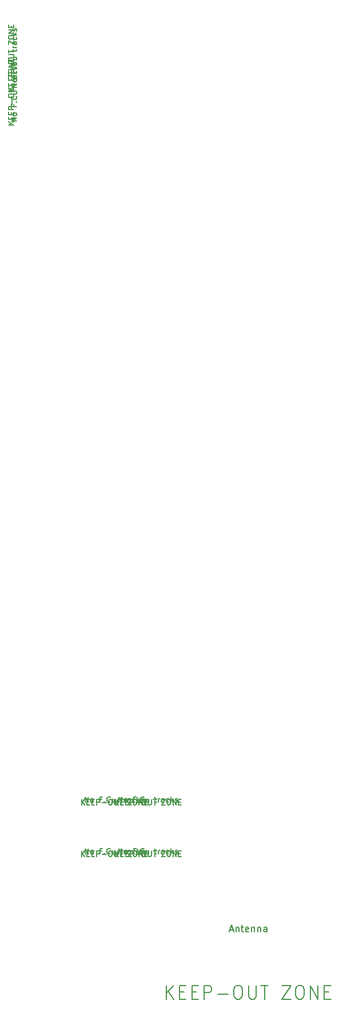
<source format=gbr>
%TF.GenerationSoftware,KiCad,Pcbnew,8.0.4*%
%TF.CreationDate,2025-01-28T10:30:48-08:00*%
%TF.ProjectId,traffic_paradise,74726166-6669-4635-9f70-617261646973,rev?*%
%TF.SameCoordinates,Original*%
%TF.FileFunction,Other,Comment*%
%FSLAX46Y46*%
G04 Gerber Fmt 4.6, Leading zero omitted, Abs format (unit mm)*
G04 Created by KiCad (PCBNEW 8.0.4) date 2025-01-28 10:30:48*
%MOMM*%
%LPD*%
G01*
G04 APERTURE LIST*
%ADD10C,0.150000*%
G04 APERTURE END LIST*
D10*
X33107142Y-196887438D02*
X33107142Y-194887438D01*
X34249999Y-196887438D02*
X33392856Y-195744580D01*
X34249999Y-194887438D02*
X33107142Y-196030295D01*
X35107142Y-195839819D02*
X35773809Y-195839819D01*
X36059523Y-196887438D02*
X35107142Y-196887438D01*
X35107142Y-196887438D02*
X35107142Y-194887438D01*
X35107142Y-194887438D02*
X36059523Y-194887438D01*
X36916666Y-195839819D02*
X37583333Y-195839819D01*
X37869047Y-196887438D02*
X36916666Y-196887438D01*
X36916666Y-196887438D02*
X36916666Y-194887438D01*
X36916666Y-194887438D02*
X37869047Y-194887438D01*
X38726190Y-196887438D02*
X38726190Y-194887438D01*
X38726190Y-194887438D02*
X39488095Y-194887438D01*
X39488095Y-194887438D02*
X39678571Y-194982676D01*
X39678571Y-194982676D02*
X39773809Y-195077914D01*
X39773809Y-195077914D02*
X39869047Y-195268390D01*
X39869047Y-195268390D02*
X39869047Y-195554104D01*
X39869047Y-195554104D02*
X39773809Y-195744580D01*
X39773809Y-195744580D02*
X39678571Y-195839819D01*
X39678571Y-195839819D02*
X39488095Y-195935057D01*
X39488095Y-195935057D02*
X38726190Y-195935057D01*
X40726190Y-196125533D02*
X42250000Y-196125533D01*
X43583332Y-194887438D02*
X43964285Y-194887438D01*
X43964285Y-194887438D02*
X44154761Y-194982676D01*
X44154761Y-194982676D02*
X44345237Y-195173152D01*
X44345237Y-195173152D02*
X44440475Y-195554104D01*
X44440475Y-195554104D02*
X44440475Y-196220771D01*
X44440475Y-196220771D02*
X44345237Y-196601723D01*
X44345237Y-196601723D02*
X44154761Y-196792200D01*
X44154761Y-196792200D02*
X43964285Y-196887438D01*
X43964285Y-196887438D02*
X43583332Y-196887438D01*
X43583332Y-196887438D02*
X43392856Y-196792200D01*
X43392856Y-196792200D02*
X43202380Y-196601723D01*
X43202380Y-196601723D02*
X43107142Y-196220771D01*
X43107142Y-196220771D02*
X43107142Y-195554104D01*
X43107142Y-195554104D02*
X43202380Y-195173152D01*
X43202380Y-195173152D02*
X43392856Y-194982676D01*
X43392856Y-194982676D02*
X43583332Y-194887438D01*
X45297618Y-194887438D02*
X45297618Y-196506485D01*
X45297618Y-196506485D02*
X45392856Y-196696961D01*
X45392856Y-196696961D02*
X45488094Y-196792200D01*
X45488094Y-196792200D02*
X45678570Y-196887438D01*
X45678570Y-196887438D02*
X46059523Y-196887438D01*
X46059523Y-196887438D02*
X46249999Y-196792200D01*
X46249999Y-196792200D02*
X46345237Y-196696961D01*
X46345237Y-196696961D02*
X46440475Y-196506485D01*
X46440475Y-196506485D02*
X46440475Y-194887438D01*
X47107142Y-194887438D02*
X48249999Y-194887438D01*
X47678570Y-196887438D02*
X47678570Y-194887438D01*
X50250000Y-194887438D02*
X51583333Y-194887438D01*
X51583333Y-194887438D02*
X50250000Y-196887438D01*
X50250000Y-196887438D02*
X51583333Y-196887438D01*
X52726190Y-194887438D02*
X53107143Y-194887438D01*
X53107143Y-194887438D02*
X53297619Y-194982676D01*
X53297619Y-194982676D02*
X53488095Y-195173152D01*
X53488095Y-195173152D02*
X53583333Y-195554104D01*
X53583333Y-195554104D02*
X53583333Y-196220771D01*
X53583333Y-196220771D02*
X53488095Y-196601723D01*
X53488095Y-196601723D02*
X53297619Y-196792200D01*
X53297619Y-196792200D02*
X53107143Y-196887438D01*
X53107143Y-196887438D02*
X52726190Y-196887438D01*
X52726190Y-196887438D02*
X52535714Y-196792200D01*
X52535714Y-196792200D02*
X52345238Y-196601723D01*
X52345238Y-196601723D02*
X52250000Y-196220771D01*
X52250000Y-196220771D02*
X52250000Y-195554104D01*
X52250000Y-195554104D02*
X52345238Y-195173152D01*
X52345238Y-195173152D02*
X52535714Y-194982676D01*
X52535714Y-194982676D02*
X52726190Y-194887438D01*
X54440476Y-196887438D02*
X54440476Y-194887438D01*
X54440476Y-194887438D02*
X55583333Y-196887438D01*
X55583333Y-196887438D02*
X55583333Y-194887438D01*
X56535714Y-195839819D02*
X57202381Y-195839819D01*
X57488095Y-196887438D02*
X56535714Y-196887438D01*
X56535714Y-196887438D02*
X56535714Y-194887438D01*
X56535714Y-194887438D02*
X57488095Y-194887438D01*
X42538095Y-186659104D02*
X43014285Y-186659104D01*
X42442857Y-186944819D02*
X42776190Y-185944819D01*
X42776190Y-185944819D02*
X43109523Y-186944819D01*
X43442857Y-186278152D02*
X43442857Y-186944819D01*
X43442857Y-186373390D02*
X43490476Y-186325771D01*
X43490476Y-186325771D02*
X43585714Y-186278152D01*
X43585714Y-186278152D02*
X43728571Y-186278152D01*
X43728571Y-186278152D02*
X43823809Y-186325771D01*
X43823809Y-186325771D02*
X43871428Y-186421009D01*
X43871428Y-186421009D02*
X43871428Y-186944819D01*
X44204762Y-186278152D02*
X44585714Y-186278152D01*
X44347619Y-185944819D02*
X44347619Y-186801961D01*
X44347619Y-186801961D02*
X44395238Y-186897200D01*
X44395238Y-186897200D02*
X44490476Y-186944819D01*
X44490476Y-186944819D02*
X44585714Y-186944819D01*
X45300000Y-186897200D02*
X45204762Y-186944819D01*
X45204762Y-186944819D02*
X45014286Y-186944819D01*
X45014286Y-186944819D02*
X44919048Y-186897200D01*
X44919048Y-186897200D02*
X44871429Y-186801961D01*
X44871429Y-186801961D02*
X44871429Y-186421009D01*
X44871429Y-186421009D02*
X44919048Y-186325771D01*
X44919048Y-186325771D02*
X45014286Y-186278152D01*
X45014286Y-186278152D02*
X45204762Y-186278152D01*
X45204762Y-186278152D02*
X45300000Y-186325771D01*
X45300000Y-186325771D02*
X45347619Y-186421009D01*
X45347619Y-186421009D02*
X45347619Y-186516247D01*
X45347619Y-186516247D02*
X44871429Y-186611485D01*
X45776191Y-186278152D02*
X45776191Y-186944819D01*
X45776191Y-186373390D02*
X45823810Y-186325771D01*
X45823810Y-186325771D02*
X45919048Y-186278152D01*
X45919048Y-186278152D02*
X46061905Y-186278152D01*
X46061905Y-186278152D02*
X46157143Y-186325771D01*
X46157143Y-186325771D02*
X46204762Y-186421009D01*
X46204762Y-186421009D02*
X46204762Y-186944819D01*
X46680953Y-186278152D02*
X46680953Y-186944819D01*
X46680953Y-186373390D02*
X46728572Y-186325771D01*
X46728572Y-186325771D02*
X46823810Y-186278152D01*
X46823810Y-186278152D02*
X46966667Y-186278152D01*
X46966667Y-186278152D02*
X47061905Y-186325771D01*
X47061905Y-186325771D02*
X47109524Y-186421009D01*
X47109524Y-186421009D02*
X47109524Y-186944819D01*
X48014286Y-186944819D02*
X48014286Y-186421009D01*
X48014286Y-186421009D02*
X47966667Y-186325771D01*
X47966667Y-186325771D02*
X47871429Y-186278152D01*
X47871429Y-186278152D02*
X47680953Y-186278152D01*
X47680953Y-186278152D02*
X47585715Y-186325771D01*
X48014286Y-186897200D02*
X47919048Y-186944819D01*
X47919048Y-186944819D02*
X47680953Y-186944819D01*
X47680953Y-186944819D02*
X47585715Y-186897200D01*
X47585715Y-186897200D02*
X47538096Y-186801961D01*
X47538096Y-186801961D02*
X47538096Y-186706723D01*
X47538096Y-186706723D02*
X47585715Y-186611485D01*
X47585715Y-186611485D02*
X47680953Y-186563866D01*
X47680953Y-186563866D02*
X47919048Y-186563866D01*
X47919048Y-186563866D02*
X48014286Y-186516247D01*
X10976294Y-67233809D02*
X10176294Y-67233809D01*
X10176294Y-67233809D02*
X10976294Y-66776666D01*
X10976294Y-66776666D02*
X10176294Y-66776666D01*
X10976294Y-66281429D02*
X10938199Y-66357619D01*
X10938199Y-66357619D02*
X10900103Y-66395714D01*
X10900103Y-66395714D02*
X10823913Y-66433810D01*
X10823913Y-66433810D02*
X10595341Y-66433810D01*
X10595341Y-66433810D02*
X10519151Y-66395714D01*
X10519151Y-66395714D02*
X10481056Y-66357619D01*
X10481056Y-66357619D02*
X10442960Y-66281429D01*
X10442960Y-66281429D02*
X10442960Y-66167143D01*
X10442960Y-66167143D02*
X10481056Y-66090952D01*
X10481056Y-66090952D02*
X10519151Y-66052857D01*
X10519151Y-66052857D02*
X10595341Y-66014762D01*
X10595341Y-66014762D02*
X10823913Y-66014762D01*
X10823913Y-66014762D02*
X10900103Y-66052857D01*
X10900103Y-66052857D02*
X10938199Y-66090952D01*
X10938199Y-66090952D02*
X10976294Y-66167143D01*
X10976294Y-66167143D02*
X10976294Y-66281429D01*
X10557246Y-64795714D02*
X10557246Y-65062380D01*
X10976294Y-65062380D02*
X10176294Y-65062380D01*
X10176294Y-65062380D02*
X10176294Y-64681428D01*
X10900103Y-64376666D02*
X10938199Y-64338571D01*
X10938199Y-64338571D02*
X10976294Y-64376666D01*
X10976294Y-64376666D02*
X10938199Y-64414762D01*
X10938199Y-64414762D02*
X10900103Y-64376666D01*
X10900103Y-64376666D02*
X10976294Y-64376666D01*
X10900103Y-63538571D02*
X10938199Y-63576667D01*
X10938199Y-63576667D02*
X10976294Y-63690952D01*
X10976294Y-63690952D02*
X10976294Y-63767143D01*
X10976294Y-63767143D02*
X10938199Y-63881429D01*
X10938199Y-63881429D02*
X10862008Y-63957619D01*
X10862008Y-63957619D02*
X10785818Y-63995714D01*
X10785818Y-63995714D02*
X10633437Y-64033810D01*
X10633437Y-64033810D02*
X10519151Y-64033810D01*
X10519151Y-64033810D02*
X10366770Y-63995714D01*
X10366770Y-63995714D02*
X10290579Y-63957619D01*
X10290579Y-63957619D02*
X10214389Y-63881429D01*
X10214389Y-63881429D02*
X10176294Y-63767143D01*
X10176294Y-63767143D02*
X10176294Y-63690952D01*
X10176294Y-63690952D02*
X10214389Y-63576667D01*
X10214389Y-63576667D02*
X10252484Y-63538571D01*
X10442960Y-62852857D02*
X10976294Y-62852857D01*
X10442960Y-63195714D02*
X10862008Y-63195714D01*
X10862008Y-63195714D02*
X10938199Y-63157619D01*
X10938199Y-63157619D02*
X10976294Y-63081429D01*
X10976294Y-63081429D02*
X10976294Y-62967143D01*
X10976294Y-62967143D02*
X10938199Y-62890952D01*
X10938199Y-62890952D02*
X10900103Y-62852857D01*
X10442960Y-61976666D02*
X10442960Y-61671904D01*
X10176294Y-61862380D02*
X10862008Y-61862380D01*
X10862008Y-61862380D02*
X10938199Y-61824285D01*
X10938199Y-61824285D02*
X10976294Y-61748095D01*
X10976294Y-61748095D02*
X10976294Y-61671904D01*
X10976294Y-61405237D02*
X10442960Y-61405237D01*
X10595341Y-61405237D02*
X10519151Y-61367142D01*
X10519151Y-61367142D02*
X10481056Y-61329047D01*
X10481056Y-61329047D02*
X10442960Y-61252856D01*
X10442960Y-61252856D02*
X10442960Y-61176666D01*
X10976294Y-60567142D02*
X10557246Y-60567142D01*
X10557246Y-60567142D02*
X10481056Y-60605237D01*
X10481056Y-60605237D02*
X10442960Y-60681428D01*
X10442960Y-60681428D02*
X10442960Y-60833809D01*
X10442960Y-60833809D02*
X10481056Y-60909999D01*
X10938199Y-60567142D02*
X10976294Y-60643333D01*
X10976294Y-60643333D02*
X10976294Y-60833809D01*
X10976294Y-60833809D02*
X10938199Y-60909999D01*
X10938199Y-60909999D02*
X10862008Y-60948095D01*
X10862008Y-60948095D02*
X10785818Y-60948095D01*
X10785818Y-60948095D02*
X10709627Y-60909999D01*
X10709627Y-60909999D02*
X10671532Y-60833809D01*
X10671532Y-60833809D02*
X10671532Y-60643333D01*
X10671532Y-60643333D02*
X10633437Y-60567142D01*
X10938199Y-59843332D02*
X10976294Y-59919523D01*
X10976294Y-59919523D02*
X10976294Y-60071904D01*
X10976294Y-60071904D02*
X10938199Y-60148094D01*
X10938199Y-60148094D02*
X10900103Y-60186189D01*
X10900103Y-60186189D02*
X10823913Y-60224285D01*
X10823913Y-60224285D02*
X10595341Y-60224285D01*
X10595341Y-60224285D02*
X10519151Y-60186189D01*
X10519151Y-60186189D02*
X10481056Y-60148094D01*
X10481056Y-60148094D02*
X10442960Y-60071904D01*
X10442960Y-60071904D02*
X10442960Y-59919523D01*
X10442960Y-59919523D02*
X10481056Y-59843332D01*
X10976294Y-59500475D02*
X10176294Y-59500475D01*
X10671532Y-59424285D02*
X10976294Y-59195713D01*
X10442960Y-59195713D02*
X10747722Y-59500475D01*
X10938199Y-58890952D02*
X10976294Y-58814761D01*
X10976294Y-58814761D02*
X10976294Y-58662380D01*
X10976294Y-58662380D02*
X10938199Y-58586190D01*
X10938199Y-58586190D02*
X10862008Y-58548094D01*
X10862008Y-58548094D02*
X10823913Y-58548094D01*
X10823913Y-58548094D02*
X10747722Y-58586190D01*
X10747722Y-58586190D02*
X10709627Y-58662380D01*
X10709627Y-58662380D02*
X10709627Y-58776666D01*
X10709627Y-58776666D02*
X10671532Y-58852856D01*
X10671532Y-58852856D02*
X10595341Y-58890952D01*
X10595341Y-58890952D02*
X10557246Y-58890952D01*
X10557246Y-58890952D02*
X10481056Y-58852856D01*
X10481056Y-58852856D02*
X10442960Y-58776666D01*
X10442960Y-58776666D02*
X10442960Y-58662380D01*
X10442960Y-58662380D02*
X10481056Y-58586190D01*
X10976294Y-62233809D02*
X10176294Y-62233809D01*
X10176294Y-62233809D02*
X10976294Y-61776666D01*
X10976294Y-61776666D02*
X10176294Y-61776666D01*
X10976294Y-61281429D02*
X10938199Y-61357619D01*
X10938199Y-61357619D02*
X10900103Y-61395714D01*
X10900103Y-61395714D02*
X10823913Y-61433810D01*
X10823913Y-61433810D02*
X10595341Y-61433810D01*
X10595341Y-61433810D02*
X10519151Y-61395714D01*
X10519151Y-61395714D02*
X10481056Y-61357619D01*
X10481056Y-61357619D02*
X10442960Y-61281429D01*
X10442960Y-61281429D02*
X10442960Y-61167143D01*
X10442960Y-61167143D02*
X10481056Y-61090952D01*
X10481056Y-61090952D02*
X10519151Y-61052857D01*
X10519151Y-61052857D02*
X10595341Y-61014762D01*
X10595341Y-61014762D02*
X10823913Y-61014762D01*
X10823913Y-61014762D02*
X10900103Y-61052857D01*
X10900103Y-61052857D02*
X10938199Y-61090952D01*
X10938199Y-61090952D02*
X10976294Y-61167143D01*
X10976294Y-61167143D02*
X10976294Y-61281429D01*
X10557246Y-59795714D02*
X10557246Y-60062380D01*
X10976294Y-60062380D02*
X10176294Y-60062380D01*
X10176294Y-60062380D02*
X10176294Y-59681428D01*
X10900103Y-59376666D02*
X10938199Y-59338571D01*
X10938199Y-59338571D02*
X10976294Y-59376666D01*
X10976294Y-59376666D02*
X10938199Y-59414762D01*
X10938199Y-59414762D02*
X10900103Y-59376666D01*
X10900103Y-59376666D02*
X10976294Y-59376666D01*
X10900103Y-58538571D02*
X10938199Y-58576667D01*
X10938199Y-58576667D02*
X10976294Y-58690952D01*
X10976294Y-58690952D02*
X10976294Y-58767143D01*
X10976294Y-58767143D02*
X10938199Y-58881429D01*
X10938199Y-58881429D02*
X10862008Y-58957619D01*
X10862008Y-58957619D02*
X10785818Y-58995714D01*
X10785818Y-58995714D02*
X10633437Y-59033810D01*
X10633437Y-59033810D02*
X10519151Y-59033810D01*
X10519151Y-59033810D02*
X10366770Y-58995714D01*
X10366770Y-58995714D02*
X10290579Y-58957619D01*
X10290579Y-58957619D02*
X10214389Y-58881429D01*
X10214389Y-58881429D02*
X10176294Y-58767143D01*
X10176294Y-58767143D02*
X10176294Y-58690952D01*
X10176294Y-58690952D02*
X10214389Y-58576667D01*
X10214389Y-58576667D02*
X10252484Y-58538571D01*
X10442960Y-57852857D02*
X10976294Y-57852857D01*
X10442960Y-58195714D02*
X10862008Y-58195714D01*
X10862008Y-58195714D02*
X10938199Y-58157619D01*
X10938199Y-58157619D02*
X10976294Y-58081429D01*
X10976294Y-58081429D02*
X10976294Y-57967143D01*
X10976294Y-57967143D02*
X10938199Y-57890952D01*
X10938199Y-57890952D02*
X10900103Y-57852857D01*
X10442960Y-56976666D02*
X10442960Y-56671904D01*
X10176294Y-56862380D02*
X10862008Y-56862380D01*
X10862008Y-56862380D02*
X10938199Y-56824285D01*
X10938199Y-56824285D02*
X10976294Y-56748095D01*
X10976294Y-56748095D02*
X10976294Y-56671904D01*
X10976294Y-56405237D02*
X10442960Y-56405237D01*
X10595341Y-56405237D02*
X10519151Y-56367142D01*
X10519151Y-56367142D02*
X10481056Y-56329047D01*
X10481056Y-56329047D02*
X10442960Y-56252856D01*
X10442960Y-56252856D02*
X10442960Y-56176666D01*
X10976294Y-55567142D02*
X10557246Y-55567142D01*
X10557246Y-55567142D02*
X10481056Y-55605237D01*
X10481056Y-55605237D02*
X10442960Y-55681428D01*
X10442960Y-55681428D02*
X10442960Y-55833809D01*
X10442960Y-55833809D02*
X10481056Y-55909999D01*
X10938199Y-55567142D02*
X10976294Y-55643333D01*
X10976294Y-55643333D02*
X10976294Y-55833809D01*
X10976294Y-55833809D02*
X10938199Y-55909999D01*
X10938199Y-55909999D02*
X10862008Y-55948095D01*
X10862008Y-55948095D02*
X10785818Y-55948095D01*
X10785818Y-55948095D02*
X10709627Y-55909999D01*
X10709627Y-55909999D02*
X10671532Y-55833809D01*
X10671532Y-55833809D02*
X10671532Y-55643333D01*
X10671532Y-55643333D02*
X10633437Y-55567142D01*
X10938199Y-54843332D02*
X10976294Y-54919523D01*
X10976294Y-54919523D02*
X10976294Y-55071904D01*
X10976294Y-55071904D02*
X10938199Y-55148094D01*
X10938199Y-55148094D02*
X10900103Y-55186189D01*
X10900103Y-55186189D02*
X10823913Y-55224285D01*
X10823913Y-55224285D02*
X10595341Y-55224285D01*
X10595341Y-55224285D02*
X10519151Y-55186189D01*
X10519151Y-55186189D02*
X10481056Y-55148094D01*
X10481056Y-55148094D02*
X10442960Y-55071904D01*
X10442960Y-55071904D02*
X10442960Y-54919523D01*
X10442960Y-54919523D02*
X10481056Y-54843332D01*
X10976294Y-54500475D02*
X10176294Y-54500475D01*
X10671532Y-54424285D02*
X10976294Y-54195713D01*
X10442960Y-54195713D02*
X10747722Y-54500475D01*
X10938199Y-53890952D02*
X10976294Y-53814761D01*
X10976294Y-53814761D02*
X10976294Y-53662380D01*
X10976294Y-53662380D02*
X10938199Y-53586190D01*
X10938199Y-53586190D02*
X10862008Y-53548094D01*
X10862008Y-53548094D02*
X10823913Y-53548094D01*
X10823913Y-53548094D02*
X10747722Y-53586190D01*
X10747722Y-53586190D02*
X10709627Y-53662380D01*
X10709627Y-53662380D02*
X10709627Y-53776666D01*
X10709627Y-53776666D02*
X10671532Y-53852856D01*
X10671532Y-53852856D02*
X10595341Y-53890952D01*
X10595341Y-53890952D02*
X10557246Y-53890952D01*
X10557246Y-53890952D02*
X10481056Y-53852856D01*
X10481056Y-53852856D02*
X10442960Y-53776666D01*
X10442960Y-53776666D02*
X10442960Y-53662380D01*
X10442960Y-53662380D02*
X10481056Y-53586190D01*
X10576296Y-62767142D02*
X9776296Y-62767142D01*
X10576296Y-62309999D02*
X10119153Y-62652857D01*
X9776296Y-62309999D02*
X10233439Y-62767142D01*
X10157248Y-61967142D02*
X10157248Y-61700476D01*
X10576296Y-61586190D02*
X10576296Y-61967142D01*
X10576296Y-61967142D02*
X9776296Y-61967142D01*
X9776296Y-61967142D02*
X9776296Y-61586190D01*
X10157248Y-61243332D02*
X10157248Y-60976666D01*
X10576296Y-60862380D02*
X10576296Y-61243332D01*
X10576296Y-61243332D02*
X9776296Y-61243332D01*
X9776296Y-61243332D02*
X9776296Y-60862380D01*
X10576296Y-60519522D02*
X9776296Y-60519522D01*
X9776296Y-60519522D02*
X9776296Y-60214760D01*
X9776296Y-60214760D02*
X9814391Y-60138570D01*
X9814391Y-60138570D02*
X9852486Y-60100475D01*
X9852486Y-60100475D02*
X9928677Y-60062379D01*
X9928677Y-60062379D02*
X10042962Y-60062379D01*
X10042962Y-60062379D02*
X10119153Y-60100475D01*
X10119153Y-60100475D02*
X10157248Y-60138570D01*
X10157248Y-60138570D02*
X10195343Y-60214760D01*
X10195343Y-60214760D02*
X10195343Y-60519522D01*
X10271534Y-59719522D02*
X10271534Y-59109999D01*
X9776296Y-58576665D02*
X9776296Y-58424284D01*
X9776296Y-58424284D02*
X9814391Y-58348094D01*
X9814391Y-58348094D02*
X9890581Y-58271903D01*
X9890581Y-58271903D02*
X10042962Y-58233808D01*
X10042962Y-58233808D02*
X10309629Y-58233808D01*
X10309629Y-58233808D02*
X10462010Y-58271903D01*
X10462010Y-58271903D02*
X10538201Y-58348094D01*
X10538201Y-58348094D02*
X10576296Y-58424284D01*
X10576296Y-58424284D02*
X10576296Y-58576665D01*
X10576296Y-58576665D02*
X10538201Y-58652856D01*
X10538201Y-58652856D02*
X10462010Y-58729046D01*
X10462010Y-58729046D02*
X10309629Y-58767142D01*
X10309629Y-58767142D02*
X10042962Y-58767142D01*
X10042962Y-58767142D02*
X9890581Y-58729046D01*
X9890581Y-58729046D02*
X9814391Y-58652856D01*
X9814391Y-58652856D02*
X9776296Y-58576665D01*
X9776296Y-57890951D02*
X10423915Y-57890951D01*
X10423915Y-57890951D02*
X10500105Y-57852856D01*
X10500105Y-57852856D02*
X10538201Y-57814761D01*
X10538201Y-57814761D02*
X10576296Y-57738570D01*
X10576296Y-57738570D02*
X10576296Y-57586189D01*
X10576296Y-57586189D02*
X10538201Y-57509999D01*
X10538201Y-57509999D02*
X10500105Y-57471904D01*
X10500105Y-57471904D02*
X10423915Y-57433808D01*
X10423915Y-57433808D02*
X9776296Y-57433808D01*
X9776296Y-57167142D02*
X9776296Y-56709999D01*
X10576296Y-56938571D02*
X9776296Y-56938571D01*
X9776296Y-55909999D02*
X9776296Y-55376665D01*
X9776296Y-55376665D02*
X10576296Y-55909999D01*
X10576296Y-55909999D02*
X10576296Y-55376665D01*
X9776296Y-54919522D02*
X9776296Y-54767141D01*
X9776296Y-54767141D02*
X9814391Y-54690951D01*
X9814391Y-54690951D02*
X9890581Y-54614760D01*
X9890581Y-54614760D02*
X10042962Y-54576665D01*
X10042962Y-54576665D02*
X10309629Y-54576665D01*
X10309629Y-54576665D02*
X10462010Y-54614760D01*
X10462010Y-54614760D02*
X10538201Y-54690951D01*
X10538201Y-54690951D02*
X10576296Y-54767141D01*
X10576296Y-54767141D02*
X10576296Y-54919522D01*
X10576296Y-54919522D02*
X10538201Y-54995713D01*
X10538201Y-54995713D02*
X10462010Y-55071903D01*
X10462010Y-55071903D02*
X10309629Y-55109999D01*
X10309629Y-55109999D02*
X10042962Y-55109999D01*
X10042962Y-55109999D02*
X9890581Y-55071903D01*
X9890581Y-55071903D02*
X9814391Y-54995713D01*
X9814391Y-54995713D02*
X9776296Y-54919522D01*
X10576296Y-54233808D02*
X9776296Y-54233808D01*
X9776296Y-54233808D02*
X10576296Y-53776665D01*
X10576296Y-53776665D02*
X9776296Y-53776665D01*
X10157248Y-53395713D02*
X10157248Y-53129047D01*
X10576296Y-53014761D02*
X10576296Y-53395713D01*
X10576296Y-53395713D02*
X9776296Y-53395713D01*
X9776296Y-53395713D02*
X9776296Y-53014761D01*
X10576296Y-67767142D02*
X9776296Y-67767142D01*
X10576296Y-67309999D02*
X10119153Y-67652857D01*
X9776296Y-67309999D02*
X10233439Y-67767142D01*
X10157248Y-66967142D02*
X10157248Y-66700476D01*
X10576296Y-66586190D02*
X10576296Y-66967142D01*
X10576296Y-66967142D02*
X9776296Y-66967142D01*
X9776296Y-66967142D02*
X9776296Y-66586190D01*
X10157248Y-66243332D02*
X10157248Y-65976666D01*
X10576296Y-65862380D02*
X10576296Y-66243332D01*
X10576296Y-66243332D02*
X9776296Y-66243332D01*
X9776296Y-66243332D02*
X9776296Y-65862380D01*
X10576296Y-65519522D02*
X9776296Y-65519522D01*
X9776296Y-65519522D02*
X9776296Y-65214760D01*
X9776296Y-65214760D02*
X9814391Y-65138570D01*
X9814391Y-65138570D02*
X9852486Y-65100475D01*
X9852486Y-65100475D02*
X9928677Y-65062379D01*
X9928677Y-65062379D02*
X10042962Y-65062379D01*
X10042962Y-65062379D02*
X10119153Y-65100475D01*
X10119153Y-65100475D02*
X10157248Y-65138570D01*
X10157248Y-65138570D02*
X10195343Y-65214760D01*
X10195343Y-65214760D02*
X10195343Y-65519522D01*
X10271534Y-64719522D02*
X10271534Y-64109999D01*
X9776296Y-63576665D02*
X9776296Y-63424284D01*
X9776296Y-63424284D02*
X9814391Y-63348094D01*
X9814391Y-63348094D02*
X9890581Y-63271903D01*
X9890581Y-63271903D02*
X10042962Y-63233808D01*
X10042962Y-63233808D02*
X10309629Y-63233808D01*
X10309629Y-63233808D02*
X10462010Y-63271903D01*
X10462010Y-63271903D02*
X10538201Y-63348094D01*
X10538201Y-63348094D02*
X10576296Y-63424284D01*
X10576296Y-63424284D02*
X10576296Y-63576665D01*
X10576296Y-63576665D02*
X10538201Y-63652856D01*
X10538201Y-63652856D02*
X10462010Y-63729046D01*
X10462010Y-63729046D02*
X10309629Y-63767142D01*
X10309629Y-63767142D02*
X10042962Y-63767142D01*
X10042962Y-63767142D02*
X9890581Y-63729046D01*
X9890581Y-63729046D02*
X9814391Y-63652856D01*
X9814391Y-63652856D02*
X9776296Y-63576665D01*
X9776296Y-62890951D02*
X10423915Y-62890951D01*
X10423915Y-62890951D02*
X10500105Y-62852856D01*
X10500105Y-62852856D02*
X10538201Y-62814761D01*
X10538201Y-62814761D02*
X10576296Y-62738570D01*
X10576296Y-62738570D02*
X10576296Y-62586189D01*
X10576296Y-62586189D02*
X10538201Y-62509999D01*
X10538201Y-62509999D02*
X10500105Y-62471904D01*
X10500105Y-62471904D02*
X10423915Y-62433808D01*
X10423915Y-62433808D02*
X9776296Y-62433808D01*
X9776296Y-62167142D02*
X9776296Y-61709999D01*
X10576296Y-61938571D02*
X9776296Y-61938571D01*
X9776296Y-60909999D02*
X9776296Y-60376665D01*
X9776296Y-60376665D02*
X10576296Y-60909999D01*
X10576296Y-60909999D02*
X10576296Y-60376665D01*
X9776296Y-59919522D02*
X9776296Y-59767141D01*
X9776296Y-59767141D02*
X9814391Y-59690951D01*
X9814391Y-59690951D02*
X9890581Y-59614760D01*
X9890581Y-59614760D02*
X10042962Y-59576665D01*
X10042962Y-59576665D02*
X10309629Y-59576665D01*
X10309629Y-59576665D02*
X10462010Y-59614760D01*
X10462010Y-59614760D02*
X10538201Y-59690951D01*
X10538201Y-59690951D02*
X10576296Y-59767141D01*
X10576296Y-59767141D02*
X10576296Y-59919522D01*
X10576296Y-59919522D02*
X10538201Y-59995713D01*
X10538201Y-59995713D02*
X10462010Y-60071903D01*
X10462010Y-60071903D02*
X10309629Y-60109999D01*
X10309629Y-60109999D02*
X10042962Y-60109999D01*
X10042962Y-60109999D02*
X9890581Y-60071903D01*
X9890581Y-60071903D02*
X9814391Y-59995713D01*
X9814391Y-59995713D02*
X9776296Y-59919522D01*
X10576296Y-59233808D02*
X9776296Y-59233808D01*
X9776296Y-59233808D02*
X10576296Y-58776665D01*
X10576296Y-58776665D02*
X9776296Y-58776665D01*
X10157248Y-58395713D02*
X10157248Y-58129047D01*
X10576296Y-58014761D02*
X10576296Y-58395713D01*
X10576296Y-58395713D02*
X9776296Y-58395713D01*
X9776296Y-58395713D02*
X9776296Y-58014761D01*
X20582857Y-168202295D02*
X20582857Y-167402295D01*
X21040000Y-168202295D02*
X20697142Y-167745152D01*
X21040000Y-167402295D02*
X20582857Y-167859438D01*
X21382857Y-167783247D02*
X21649523Y-167783247D01*
X21763809Y-168202295D02*
X21382857Y-168202295D01*
X21382857Y-168202295D02*
X21382857Y-167402295D01*
X21382857Y-167402295D02*
X21763809Y-167402295D01*
X22106667Y-167783247D02*
X22373333Y-167783247D01*
X22487619Y-168202295D02*
X22106667Y-168202295D01*
X22106667Y-168202295D02*
X22106667Y-167402295D01*
X22106667Y-167402295D02*
X22487619Y-167402295D01*
X22830477Y-168202295D02*
X22830477Y-167402295D01*
X22830477Y-167402295D02*
X23135239Y-167402295D01*
X23135239Y-167402295D02*
X23211429Y-167440390D01*
X23211429Y-167440390D02*
X23249524Y-167478485D01*
X23249524Y-167478485D02*
X23287620Y-167554676D01*
X23287620Y-167554676D02*
X23287620Y-167668961D01*
X23287620Y-167668961D02*
X23249524Y-167745152D01*
X23249524Y-167745152D02*
X23211429Y-167783247D01*
X23211429Y-167783247D02*
X23135239Y-167821342D01*
X23135239Y-167821342D02*
X22830477Y-167821342D01*
X23630477Y-167897533D02*
X24240001Y-167897533D01*
X24773334Y-167402295D02*
X24925715Y-167402295D01*
X24925715Y-167402295D02*
X25001905Y-167440390D01*
X25001905Y-167440390D02*
X25078096Y-167516580D01*
X25078096Y-167516580D02*
X25116191Y-167668961D01*
X25116191Y-167668961D02*
X25116191Y-167935628D01*
X25116191Y-167935628D02*
X25078096Y-168088009D01*
X25078096Y-168088009D02*
X25001905Y-168164200D01*
X25001905Y-168164200D02*
X24925715Y-168202295D01*
X24925715Y-168202295D02*
X24773334Y-168202295D01*
X24773334Y-168202295D02*
X24697143Y-168164200D01*
X24697143Y-168164200D02*
X24620953Y-168088009D01*
X24620953Y-168088009D02*
X24582857Y-167935628D01*
X24582857Y-167935628D02*
X24582857Y-167668961D01*
X24582857Y-167668961D02*
X24620953Y-167516580D01*
X24620953Y-167516580D02*
X24697143Y-167440390D01*
X24697143Y-167440390D02*
X24773334Y-167402295D01*
X25459048Y-167402295D02*
X25459048Y-168049914D01*
X25459048Y-168049914D02*
X25497143Y-168126104D01*
X25497143Y-168126104D02*
X25535238Y-168164200D01*
X25535238Y-168164200D02*
X25611429Y-168202295D01*
X25611429Y-168202295D02*
X25763810Y-168202295D01*
X25763810Y-168202295D02*
X25840000Y-168164200D01*
X25840000Y-168164200D02*
X25878095Y-168126104D01*
X25878095Y-168126104D02*
X25916191Y-168049914D01*
X25916191Y-168049914D02*
X25916191Y-167402295D01*
X26182857Y-167402295D02*
X26640000Y-167402295D01*
X26411428Y-168202295D02*
X26411428Y-167402295D01*
X27440000Y-167402295D02*
X27973334Y-167402295D01*
X27973334Y-167402295D02*
X27440000Y-168202295D01*
X27440000Y-168202295D02*
X27973334Y-168202295D01*
X28430477Y-167402295D02*
X28582858Y-167402295D01*
X28582858Y-167402295D02*
X28659048Y-167440390D01*
X28659048Y-167440390D02*
X28735239Y-167516580D01*
X28735239Y-167516580D02*
X28773334Y-167668961D01*
X28773334Y-167668961D02*
X28773334Y-167935628D01*
X28773334Y-167935628D02*
X28735239Y-168088009D01*
X28735239Y-168088009D02*
X28659048Y-168164200D01*
X28659048Y-168164200D02*
X28582858Y-168202295D01*
X28582858Y-168202295D02*
X28430477Y-168202295D01*
X28430477Y-168202295D02*
X28354286Y-168164200D01*
X28354286Y-168164200D02*
X28278096Y-168088009D01*
X28278096Y-168088009D02*
X28240000Y-167935628D01*
X28240000Y-167935628D02*
X28240000Y-167668961D01*
X28240000Y-167668961D02*
X28278096Y-167516580D01*
X28278096Y-167516580D02*
X28354286Y-167440390D01*
X28354286Y-167440390D02*
X28430477Y-167402295D01*
X29116191Y-168202295D02*
X29116191Y-167402295D01*
X29116191Y-167402295D02*
X29573334Y-168202295D01*
X29573334Y-168202295D02*
X29573334Y-167402295D01*
X29954286Y-167783247D02*
X30220952Y-167783247D01*
X30335238Y-168202295D02*
X29954286Y-168202295D01*
X29954286Y-168202295D02*
X29954286Y-167402295D01*
X29954286Y-167402295D02*
X30335238Y-167402295D01*
X25582857Y-168202295D02*
X25582857Y-167402295D01*
X26040000Y-168202295D02*
X25697142Y-167745152D01*
X26040000Y-167402295D02*
X25582857Y-167859438D01*
X26382857Y-167783247D02*
X26649523Y-167783247D01*
X26763809Y-168202295D02*
X26382857Y-168202295D01*
X26382857Y-168202295D02*
X26382857Y-167402295D01*
X26382857Y-167402295D02*
X26763809Y-167402295D01*
X27106667Y-167783247D02*
X27373333Y-167783247D01*
X27487619Y-168202295D02*
X27106667Y-168202295D01*
X27106667Y-168202295D02*
X27106667Y-167402295D01*
X27106667Y-167402295D02*
X27487619Y-167402295D01*
X27830477Y-168202295D02*
X27830477Y-167402295D01*
X27830477Y-167402295D02*
X28135239Y-167402295D01*
X28135239Y-167402295D02*
X28211429Y-167440390D01*
X28211429Y-167440390D02*
X28249524Y-167478485D01*
X28249524Y-167478485D02*
X28287620Y-167554676D01*
X28287620Y-167554676D02*
X28287620Y-167668961D01*
X28287620Y-167668961D02*
X28249524Y-167745152D01*
X28249524Y-167745152D02*
X28211429Y-167783247D01*
X28211429Y-167783247D02*
X28135239Y-167821342D01*
X28135239Y-167821342D02*
X27830477Y-167821342D01*
X28630477Y-167897533D02*
X29240001Y-167897533D01*
X29773334Y-167402295D02*
X29925715Y-167402295D01*
X29925715Y-167402295D02*
X30001905Y-167440390D01*
X30001905Y-167440390D02*
X30078096Y-167516580D01*
X30078096Y-167516580D02*
X30116191Y-167668961D01*
X30116191Y-167668961D02*
X30116191Y-167935628D01*
X30116191Y-167935628D02*
X30078096Y-168088009D01*
X30078096Y-168088009D02*
X30001905Y-168164200D01*
X30001905Y-168164200D02*
X29925715Y-168202295D01*
X29925715Y-168202295D02*
X29773334Y-168202295D01*
X29773334Y-168202295D02*
X29697143Y-168164200D01*
X29697143Y-168164200D02*
X29620953Y-168088009D01*
X29620953Y-168088009D02*
X29582857Y-167935628D01*
X29582857Y-167935628D02*
X29582857Y-167668961D01*
X29582857Y-167668961D02*
X29620953Y-167516580D01*
X29620953Y-167516580D02*
X29697143Y-167440390D01*
X29697143Y-167440390D02*
X29773334Y-167402295D01*
X30459048Y-167402295D02*
X30459048Y-168049914D01*
X30459048Y-168049914D02*
X30497143Y-168126104D01*
X30497143Y-168126104D02*
X30535238Y-168164200D01*
X30535238Y-168164200D02*
X30611429Y-168202295D01*
X30611429Y-168202295D02*
X30763810Y-168202295D01*
X30763810Y-168202295D02*
X30840000Y-168164200D01*
X30840000Y-168164200D02*
X30878095Y-168126104D01*
X30878095Y-168126104D02*
X30916191Y-168049914D01*
X30916191Y-168049914D02*
X30916191Y-167402295D01*
X31182857Y-167402295D02*
X31640000Y-167402295D01*
X31411428Y-168202295D02*
X31411428Y-167402295D01*
X32440000Y-167402295D02*
X32973334Y-167402295D01*
X32973334Y-167402295D02*
X32440000Y-168202295D01*
X32440000Y-168202295D02*
X32973334Y-168202295D01*
X33430477Y-167402295D02*
X33582858Y-167402295D01*
X33582858Y-167402295D02*
X33659048Y-167440390D01*
X33659048Y-167440390D02*
X33735239Y-167516580D01*
X33735239Y-167516580D02*
X33773334Y-167668961D01*
X33773334Y-167668961D02*
X33773334Y-167935628D01*
X33773334Y-167935628D02*
X33735239Y-168088009D01*
X33735239Y-168088009D02*
X33659048Y-168164200D01*
X33659048Y-168164200D02*
X33582858Y-168202295D01*
X33582858Y-168202295D02*
X33430477Y-168202295D01*
X33430477Y-168202295D02*
X33354286Y-168164200D01*
X33354286Y-168164200D02*
X33278096Y-168088009D01*
X33278096Y-168088009D02*
X33240000Y-167935628D01*
X33240000Y-167935628D02*
X33240000Y-167668961D01*
X33240000Y-167668961D02*
X33278096Y-167516580D01*
X33278096Y-167516580D02*
X33354286Y-167440390D01*
X33354286Y-167440390D02*
X33430477Y-167402295D01*
X34116191Y-168202295D02*
X34116191Y-167402295D01*
X34116191Y-167402295D02*
X34573334Y-168202295D01*
X34573334Y-168202295D02*
X34573334Y-167402295D01*
X34954286Y-167783247D02*
X35220952Y-167783247D01*
X35335238Y-168202295D02*
X34954286Y-168202295D01*
X34954286Y-168202295D02*
X34954286Y-167402295D01*
X34954286Y-167402295D02*
X35335238Y-167402295D01*
X21116190Y-167802295D02*
X21116190Y-167002295D01*
X21116190Y-167002295D02*
X21573333Y-167802295D01*
X21573333Y-167802295D02*
X21573333Y-167002295D01*
X22068570Y-167802295D02*
X21992380Y-167764200D01*
X21992380Y-167764200D02*
X21954285Y-167726104D01*
X21954285Y-167726104D02*
X21916189Y-167649914D01*
X21916189Y-167649914D02*
X21916189Y-167421342D01*
X21916189Y-167421342D02*
X21954285Y-167345152D01*
X21954285Y-167345152D02*
X21992380Y-167307057D01*
X21992380Y-167307057D02*
X22068570Y-167268961D01*
X22068570Y-167268961D02*
X22182856Y-167268961D01*
X22182856Y-167268961D02*
X22259047Y-167307057D01*
X22259047Y-167307057D02*
X22297142Y-167345152D01*
X22297142Y-167345152D02*
X22335237Y-167421342D01*
X22335237Y-167421342D02*
X22335237Y-167649914D01*
X22335237Y-167649914D02*
X22297142Y-167726104D01*
X22297142Y-167726104D02*
X22259047Y-167764200D01*
X22259047Y-167764200D02*
X22182856Y-167802295D01*
X22182856Y-167802295D02*
X22068570Y-167802295D01*
X23554285Y-167383247D02*
X23287619Y-167383247D01*
X23287619Y-167802295D02*
X23287619Y-167002295D01*
X23287619Y-167002295D02*
X23668571Y-167002295D01*
X23973333Y-167726104D02*
X24011428Y-167764200D01*
X24011428Y-167764200D02*
X23973333Y-167802295D01*
X23973333Y-167802295D02*
X23935237Y-167764200D01*
X23935237Y-167764200D02*
X23973333Y-167726104D01*
X23973333Y-167726104D02*
X23973333Y-167802295D01*
X24811428Y-167726104D02*
X24773332Y-167764200D01*
X24773332Y-167764200D02*
X24659047Y-167802295D01*
X24659047Y-167802295D02*
X24582856Y-167802295D01*
X24582856Y-167802295D02*
X24468570Y-167764200D01*
X24468570Y-167764200D02*
X24392380Y-167688009D01*
X24392380Y-167688009D02*
X24354285Y-167611819D01*
X24354285Y-167611819D02*
X24316189Y-167459438D01*
X24316189Y-167459438D02*
X24316189Y-167345152D01*
X24316189Y-167345152D02*
X24354285Y-167192771D01*
X24354285Y-167192771D02*
X24392380Y-167116580D01*
X24392380Y-167116580D02*
X24468570Y-167040390D01*
X24468570Y-167040390D02*
X24582856Y-167002295D01*
X24582856Y-167002295D02*
X24659047Y-167002295D01*
X24659047Y-167002295D02*
X24773332Y-167040390D01*
X24773332Y-167040390D02*
X24811428Y-167078485D01*
X25497142Y-167268961D02*
X25497142Y-167802295D01*
X25154285Y-167268961D02*
X25154285Y-167688009D01*
X25154285Y-167688009D02*
X25192380Y-167764200D01*
X25192380Y-167764200D02*
X25268570Y-167802295D01*
X25268570Y-167802295D02*
X25382856Y-167802295D01*
X25382856Y-167802295D02*
X25459047Y-167764200D01*
X25459047Y-167764200D02*
X25497142Y-167726104D01*
X26373333Y-167268961D02*
X26678095Y-167268961D01*
X26487619Y-167002295D02*
X26487619Y-167688009D01*
X26487619Y-167688009D02*
X26525714Y-167764200D01*
X26525714Y-167764200D02*
X26601904Y-167802295D01*
X26601904Y-167802295D02*
X26678095Y-167802295D01*
X26944762Y-167802295D02*
X26944762Y-167268961D01*
X26944762Y-167421342D02*
X26982857Y-167345152D01*
X26982857Y-167345152D02*
X27020952Y-167307057D01*
X27020952Y-167307057D02*
X27097143Y-167268961D01*
X27097143Y-167268961D02*
X27173333Y-167268961D01*
X27782857Y-167802295D02*
X27782857Y-167383247D01*
X27782857Y-167383247D02*
X27744762Y-167307057D01*
X27744762Y-167307057D02*
X27668571Y-167268961D01*
X27668571Y-167268961D02*
X27516190Y-167268961D01*
X27516190Y-167268961D02*
X27440000Y-167307057D01*
X27782857Y-167764200D02*
X27706666Y-167802295D01*
X27706666Y-167802295D02*
X27516190Y-167802295D01*
X27516190Y-167802295D02*
X27440000Y-167764200D01*
X27440000Y-167764200D02*
X27401904Y-167688009D01*
X27401904Y-167688009D02*
X27401904Y-167611819D01*
X27401904Y-167611819D02*
X27440000Y-167535628D01*
X27440000Y-167535628D02*
X27516190Y-167497533D01*
X27516190Y-167497533D02*
X27706666Y-167497533D01*
X27706666Y-167497533D02*
X27782857Y-167459438D01*
X28506667Y-167764200D02*
X28430476Y-167802295D01*
X28430476Y-167802295D02*
X28278095Y-167802295D01*
X28278095Y-167802295D02*
X28201905Y-167764200D01*
X28201905Y-167764200D02*
X28163810Y-167726104D01*
X28163810Y-167726104D02*
X28125714Y-167649914D01*
X28125714Y-167649914D02*
X28125714Y-167421342D01*
X28125714Y-167421342D02*
X28163810Y-167345152D01*
X28163810Y-167345152D02*
X28201905Y-167307057D01*
X28201905Y-167307057D02*
X28278095Y-167268961D01*
X28278095Y-167268961D02*
X28430476Y-167268961D01*
X28430476Y-167268961D02*
X28506667Y-167307057D01*
X28849524Y-167802295D02*
X28849524Y-167002295D01*
X28925714Y-167497533D02*
X29154286Y-167802295D01*
X29154286Y-167268961D02*
X28849524Y-167573723D01*
X29459047Y-167764200D02*
X29535238Y-167802295D01*
X29535238Y-167802295D02*
X29687619Y-167802295D01*
X29687619Y-167802295D02*
X29763809Y-167764200D01*
X29763809Y-167764200D02*
X29801905Y-167688009D01*
X29801905Y-167688009D02*
X29801905Y-167649914D01*
X29801905Y-167649914D02*
X29763809Y-167573723D01*
X29763809Y-167573723D02*
X29687619Y-167535628D01*
X29687619Y-167535628D02*
X29573333Y-167535628D01*
X29573333Y-167535628D02*
X29497143Y-167497533D01*
X29497143Y-167497533D02*
X29459047Y-167421342D01*
X29459047Y-167421342D02*
X29459047Y-167383247D01*
X29459047Y-167383247D02*
X29497143Y-167307057D01*
X29497143Y-167307057D02*
X29573333Y-167268961D01*
X29573333Y-167268961D02*
X29687619Y-167268961D01*
X29687619Y-167268961D02*
X29763809Y-167307057D01*
X26116190Y-167802295D02*
X26116190Y-167002295D01*
X26116190Y-167002295D02*
X26573333Y-167802295D01*
X26573333Y-167802295D02*
X26573333Y-167002295D01*
X27068570Y-167802295D02*
X26992380Y-167764200D01*
X26992380Y-167764200D02*
X26954285Y-167726104D01*
X26954285Y-167726104D02*
X26916189Y-167649914D01*
X26916189Y-167649914D02*
X26916189Y-167421342D01*
X26916189Y-167421342D02*
X26954285Y-167345152D01*
X26954285Y-167345152D02*
X26992380Y-167307057D01*
X26992380Y-167307057D02*
X27068570Y-167268961D01*
X27068570Y-167268961D02*
X27182856Y-167268961D01*
X27182856Y-167268961D02*
X27259047Y-167307057D01*
X27259047Y-167307057D02*
X27297142Y-167345152D01*
X27297142Y-167345152D02*
X27335237Y-167421342D01*
X27335237Y-167421342D02*
X27335237Y-167649914D01*
X27335237Y-167649914D02*
X27297142Y-167726104D01*
X27297142Y-167726104D02*
X27259047Y-167764200D01*
X27259047Y-167764200D02*
X27182856Y-167802295D01*
X27182856Y-167802295D02*
X27068570Y-167802295D01*
X28554285Y-167383247D02*
X28287619Y-167383247D01*
X28287619Y-167802295D02*
X28287619Y-167002295D01*
X28287619Y-167002295D02*
X28668571Y-167002295D01*
X28973333Y-167726104D02*
X29011428Y-167764200D01*
X29011428Y-167764200D02*
X28973333Y-167802295D01*
X28973333Y-167802295D02*
X28935237Y-167764200D01*
X28935237Y-167764200D02*
X28973333Y-167726104D01*
X28973333Y-167726104D02*
X28973333Y-167802295D01*
X29811428Y-167726104D02*
X29773332Y-167764200D01*
X29773332Y-167764200D02*
X29659047Y-167802295D01*
X29659047Y-167802295D02*
X29582856Y-167802295D01*
X29582856Y-167802295D02*
X29468570Y-167764200D01*
X29468570Y-167764200D02*
X29392380Y-167688009D01*
X29392380Y-167688009D02*
X29354285Y-167611819D01*
X29354285Y-167611819D02*
X29316189Y-167459438D01*
X29316189Y-167459438D02*
X29316189Y-167345152D01*
X29316189Y-167345152D02*
X29354285Y-167192771D01*
X29354285Y-167192771D02*
X29392380Y-167116580D01*
X29392380Y-167116580D02*
X29468570Y-167040390D01*
X29468570Y-167040390D02*
X29582856Y-167002295D01*
X29582856Y-167002295D02*
X29659047Y-167002295D01*
X29659047Y-167002295D02*
X29773332Y-167040390D01*
X29773332Y-167040390D02*
X29811428Y-167078485D01*
X30497142Y-167268961D02*
X30497142Y-167802295D01*
X30154285Y-167268961D02*
X30154285Y-167688009D01*
X30154285Y-167688009D02*
X30192380Y-167764200D01*
X30192380Y-167764200D02*
X30268570Y-167802295D01*
X30268570Y-167802295D02*
X30382856Y-167802295D01*
X30382856Y-167802295D02*
X30459047Y-167764200D01*
X30459047Y-167764200D02*
X30497142Y-167726104D01*
X31373333Y-167268961D02*
X31678095Y-167268961D01*
X31487619Y-167002295D02*
X31487619Y-167688009D01*
X31487619Y-167688009D02*
X31525714Y-167764200D01*
X31525714Y-167764200D02*
X31601904Y-167802295D01*
X31601904Y-167802295D02*
X31678095Y-167802295D01*
X31944762Y-167802295D02*
X31944762Y-167268961D01*
X31944762Y-167421342D02*
X31982857Y-167345152D01*
X31982857Y-167345152D02*
X32020952Y-167307057D01*
X32020952Y-167307057D02*
X32097143Y-167268961D01*
X32097143Y-167268961D02*
X32173333Y-167268961D01*
X32782857Y-167802295D02*
X32782857Y-167383247D01*
X32782857Y-167383247D02*
X32744762Y-167307057D01*
X32744762Y-167307057D02*
X32668571Y-167268961D01*
X32668571Y-167268961D02*
X32516190Y-167268961D01*
X32516190Y-167268961D02*
X32440000Y-167307057D01*
X32782857Y-167764200D02*
X32706666Y-167802295D01*
X32706666Y-167802295D02*
X32516190Y-167802295D01*
X32516190Y-167802295D02*
X32440000Y-167764200D01*
X32440000Y-167764200D02*
X32401904Y-167688009D01*
X32401904Y-167688009D02*
X32401904Y-167611819D01*
X32401904Y-167611819D02*
X32440000Y-167535628D01*
X32440000Y-167535628D02*
X32516190Y-167497533D01*
X32516190Y-167497533D02*
X32706666Y-167497533D01*
X32706666Y-167497533D02*
X32782857Y-167459438D01*
X33506667Y-167764200D02*
X33430476Y-167802295D01*
X33430476Y-167802295D02*
X33278095Y-167802295D01*
X33278095Y-167802295D02*
X33201905Y-167764200D01*
X33201905Y-167764200D02*
X33163810Y-167726104D01*
X33163810Y-167726104D02*
X33125714Y-167649914D01*
X33125714Y-167649914D02*
X33125714Y-167421342D01*
X33125714Y-167421342D02*
X33163810Y-167345152D01*
X33163810Y-167345152D02*
X33201905Y-167307057D01*
X33201905Y-167307057D02*
X33278095Y-167268961D01*
X33278095Y-167268961D02*
X33430476Y-167268961D01*
X33430476Y-167268961D02*
X33506667Y-167307057D01*
X33849524Y-167802295D02*
X33849524Y-167002295D01*
X33925714Y-167497533D02*
X34154286Y-167802295D01*
X34154286Y-167268961D02*
X33849524Y-167573723D01*
X34459047Y-167764200D02*
X34535238Y-167802295D01*
X34535238Y-167802295D02*
X34687619Y-167802295D01*
X34687619Y-167802295D02*
X34763809Y-167764200D01*
X34763809Y-167764200D02*
X34801905Y-167688009D01*
X34801905Y-167688009D02*
X34801905Y-167649914D01*
X34801905Y-167649914D02*
X34763809Y-167573723D01*
X34763809Y-167573723D02*
X34687619Y-167535628D01*
X34687619Y-167535628D02*
X34573333Y-167535628D01*
X34573333Y-167535628D02*
X34497143Y-167497533D01*
X34497143Y-167497533D02*
X34459047Y-167421342D01*
X34459047Y-167421342D02*
X34459047Y-167383247D01*
X34459047Y-167383247D02*
X34497143Y-167307057D01*
X34497143Y-167307057D02*
X34573333Y-167268961D01*
X34573333Y-167268961D02*
X34687619Y-167268961D01*
X34687619Y-167268961D02*
X34763809Y-167307057D01*
X20582857Y-175822295D02*
X20582857Y-175022295D01*
X21040000Y-175822295D02*
X20697142Y-175365152D01*
X21040000Y-175022295D02*
X20582857Y-175479438D01*
X21382857Y-175403247D02*
X21649523Y-175403247D01*
X21763809Y-175822295D02*
X21382857Y-175822295D01*
X21382857Y-175822295D02*
X21382857Y-175022295D01*
X21382857Y-175022295D02*
X21763809Y-175022295D01*
X22106667Y-175403247D02*
X22373333Y-175403247D01*
X22487619Y-175822295D02*
X22106667Y-175822295D01*
X22106667Y-175822295D02*
X22106667Y-175022295D01*
X22106667Y-175022295D02*
X22487619Y-175022295D01*
X22830477Y-175822295D02*
X22830477Y-175022295D01*
X22830477Y-175022295D02*
X23135239Y-175022295D01*
X23135239Y-175022295D02*
X23211429Y-175060390D01*
X23211429Y-175060390D02*
X23249524Y-175098485D01*
X23249524Y-175098485D02*
X23287620Y-175174676D01*
X23287620Y-175174676D02*
X23287620Y-175288961D01*
X23287620Y-175288961D02*
X23249524Y-175365152D01*
X23249524Y-175365152D02*
X23211429Y-175403247D01*
X23211429Y-175403247D02*
X23135239Y-175441342D01*
X23135239Y-175441342D02*
X22830477Y-175441342D01*
X23630477Y-175517533D02*
X24240001Y-175517533D01*
X24773334Y-175022295D02*
X24925715Y-175022295D01*
X24925715Y-175022295D02*
X25001905Y-175060390D01*
X25001905Y-175060390D02*
X25078096Y-175136580D01*
X25078096Y-175136580D02*
X25116191Y-175288961D01*
X25116191Y-175288961D02*
X25116191Y-175555628D01*
X25116191Y-175555628D02*
X25078096Y-175708009D01*
X25078096Y-175708009D02*
X25001905Y-175784200D01*
X25001905Y-175784200D02*
X24925715Y-175822295D01*
X24925715Y-175822295D02*
X24773334Y-175822295D01*
X24773334Y-175822295D02*
X24697143Y-175784200D01*
X24697143Y-175784200D02*
X24620953Y-175708009D01*
X24620953Y-175708009D02*
X24582857Y-175555628D01*
X24582857Y-175555628D02*
X24582857Y-175288961D01*
X24582857Y-175288961D02*
X24620953Y-175136580D01*
X24620953Y-175136580D02*
X24697143Y-175060390D01*
X24697143Y-175060390D02*
X24773334Y-175022295D01*
X25459048Y-175022295D02*
X25459048Y-175669914D01*
X25459048Y-175669914D02*
X25497143Y-175746104D01*
X25497143Y-175746104D02*
X25535238Y-175784200D01*
X25535238Y-175784200D02*
X25611429Y-175822295D01*
X25611429Y-175822295D02*
X25763810Y-175822295D01*
X25763810Y-175822295D02*
X25840000Y-175784200D01*
X25840000Y-175784200D02*
X25878095Y-175746104D01*
X25878095Y-175746104D02*
X25916191Y-175669914D01*
X25916191Y-175669914D02*
X25916191Y-175022295D01*
X26182857Y-175022295D02*
X26640000Y-175022295D01*
X26411428Y-175822295D02*
X26411428Y-175022295D01*
X27440000Y-175022295D02*
X27973334Y-175022295D01*
X27973334Y-175022295D02*
X27440000Y-175822295D01*
X27440000Y-175822295D02*
X27973334Y-175822295D01*
X28430477Y-175022295D02*
X28582858Y-175022295D01*
X28582858Y-175022295D02*
X28659048Y-175060390D01*
X28659048Y-175060390D02*
X28735239Y-175136580D01*
X28735239Y-175136580D02*
X28773334Y-175288961D01*
X28773334Y-175288961D02*
X28773334Y-175555628D01*
X28773334Y-175555628D02*
X28735239Y-175708009D01*
X28735239Y-175708009D02*
X28659048Y-175784200D01*
X28659048Y-175784200D02*
X28582858Y-175822295D01*
X28582858Y-175822295D02*
X28430477Y-175822295D01*
X28430477Y-175822295D02*
X28354286Y-175784200D01*
X28354286Y-175784200D02*
X28278096Y-175708009D01*
X28278096Y-175708009D02*
X28240000Y-175555628D01*
X28240000Y-175555628D02*
X28240000Y-175288961D01*
X28240000Y-175288961D02*
X28278096Y-175136580D01*
X28278096Y-175136580D02*
X28354286Y-175060390D01*
X28354286Y-175060390D02*
X28430477Y-175022295D01*
X29116191Y-175822295D02*
X29116191Y-175022295D01*
X29116191Y-175022295D02*
X29573334Y-175822295D01*
X29573334Y-175822295D02*
X29573334Y-175022295D01*
X29954286Y-175403247D02*
X30220952Y-175403247D01*
X30335238Y-175822295D02*
X29954286Y-175822295D01*
X29954286Y-175822295D02*
X29954286Y-175022295D01*
X29954286Y-175022295D02*
X30335238Y-175022295D01*
X26116190Y-175422295D02*
X26116190Y-174622295D01*
X26116190Y-174622295D02*
X26573333Y-175422295D01*
X26573333Y-175422295D02*
X26573333Y-174622295D01*
X27068570Y-175422295D02*
X26992380Y-175384200D01*
X26992380Y-175384200D02*
X26954285Y-175346104D01*
X26954285Y-175346104D02*
X26916189Y-175269914D01*
X26916189Y-175269914D02*
X26916189Y-175041342D01*
X26916189Y-175041342D02*
X26954285Y-174965152D01*
X26954285Y-174965152D02*
X26992380Y-174927057D01*
X26992380Y-174927057D02*
X27068570Y-174888961D01*
X27068570Y-174888961D02*
X27182856Y-174888961D01*
X27182856Y-174888961D02*
X27259047Y-174927057D01*
X27259047Y-174927057D02*
X27297142Y-174965152D01*
X27297142Y-174965152D02*
X27335237Y-175041342D01*
X27335237Y-175041342D02*
X27335237Y-175269914D01*
X27335237Y-175269914D02*
X27297142Y-175346104D01*
X27297142Y-175346104D02*
X27259047Y-175384200D01*
X27259047Y-175384200D02*
X27182856Y-175422295D01*
X27182856Y-175422295D02*
X27068570Y-175422295D01*
X28554285Y-175003247D02*
X28287619Y-175003247D01*
X28287619Y-175422295D02*
X28287619Y-174622295D01*
X28287619Y-174622295D02*
X28668571Y-174622295D01*
X28973333Y-175346104D02*
X29011428Y-175384200D01*
X29011428Y-175384200D02*
X28973333Y-175422295D01*
X28973333Y-175422295D02*
X28935237Y-175384200D01*
X28935237Y-175384200D02*
X28973333Y-175346104D01*
X28973333Y-175346104D02*
X28973333Y-175422295D01*
X29811428Y-175346104D02*
X29773332Y-175384200D01*
X29773332Y-175384200D02*
X29659047Y-175422295D01*
X29659047Y-175422295D02*
X29582856Y-175422295D01*
X29582856Y-175422295D02*
X29468570Y-175384200D01*
X29468570Y-175384200D02*
X29392380Y-175308009D01*
X29392380Y-175308009D02*
X29354285Y-175231819D01*
X29354285Y-175231819D02*
X29316189Y-175079438D01*
X29316189Y-175079438D02*
X29316189Y-174965152D01*
X29316189Y-174965152D02*
X29354285Y-174812771D01*
X29354285Y-174812771D02*
X29392380Y-174736580D01*
X29392380Y-174736580D02*
X29468570Y-174660390D01*
X29468570Y-174660390D02*
X29582856Y-174622295D01*
X29582856Y-174622295D02*
X29659047Y-174622295D01*
X29659047Y-174622295D02*
X29773332Y-174660390D01*
X29773332Y-174660390D02*
X29811428Y-174698485D01*
X30497142Y-174888961D02*
X30497142Y-175422295D01*
X30154285Y-174888961D02*
X30154285Y-175308009D01*
X30154285Y-175308009D02*
X30192380Y-175384200D01*
X30192380Y-175384200D02*
X30268570Y-175422295D01*
X30268570Y-175422295D02*
X30382856Y-175422295D01*
X30382856Y-175422295D02*
X30459047Y-175384200D01*
X30459047Y-175384200D02*
X30497142Y-175346104D01*
X31373333Y-174888961D02*
X31678095Y-174888961D01*
X31487619Y-174622295D02*
X31487619Y-175308009D01*
X31487619Y-175308009D02*
X31525714Y-175384200D01*
X31525714Y-175384200D02*
X31601904Y-175422295D01*
X31601904Y-175422295D02*
X31678095Y-175422295D01*
X31944762Y-175422295D02*
X31944762Y-174888961D01*
X31944762Y-175041342D02*
X31982857Y-174965152D01*
X31982857Y-174965152D02*
X32020952Y-174927057D01*
X32020952Y-174927057D02*
X32097143Y-174888961D01*
X32097143Y-174888961D02*
X32173333Y-174888961D01*
X32782857Y-175422295D02*
X32782857Y-175003247D01*
X32782857Y-175003247D02*
X32744762Y-174927057D01*
X32744762Y-174927057D02*
X32668571Y-174888961D01*
X32668571Y-174888961D02*
X32516190Y-174888961D01*
X32516190Y-174888961D02*
X32440000Y-174927057D01*
X32782857Y-175384200D02*
X32706666Y-175422295D01*
X32706666Y-175422295D02*
X32516190Y-175422295D01*
X32516190Y-175422295D02*
X32440000Y-175384200D01*
X32440000Y-175384200D02*
X32401904Y-175308009D01*
X32401904Y-175308009D02*
X32401904Y-175231819D01*
X32401904Y-175231819D02*
X32440000Y-175155628D01*
X32440000Y-175155628D02*
X32516190Y-175117533D01*
X32516190Y-175117533D02*
X32706666Y-175117533D01*
X32706666Y-175117533D02*
X32782857Y-175079438D01*
X33506667Y-175384200D02*
X33430476Y-175422295D01*
X33430476Y-175422295D02*
X33278095Y-175422295D01*
X33278095Y-175422295D02*
X33201905Y-175384200D01*
X33201905Y-175384200D02*
X33163810Y-175346104D01*
X33163810Y-175346104D02*
X33125714Y-175269914D01*
X33125714Y-175269914D02*
X33125714Y-175041342D01*
X33125714Y-175041342D02*
X33163810Y-174965152D01*
X33163810Y-174965152D02*
X33201905Y-174927057D01*
X33201905Y-174927057D02*
X33278095Y-174888961D01*
X33278095Y-174888961D02*
X33430476Y-174888961D01*
X33430476Y-174888961D02*
X33506667Y-174927057D01*
X33849524Y-175422295D02*
X33849524Y-174622295D01*
X33925714Y-175117533D02*
X34154286Y-175422295D01*
X34154286Y-174888961D02*
X33849524Y-175193723D01*
X34459047Y-175384200D02*
X34535238Y-175422295D01*
X34535238Y-175422295D02*
X34687619Y-175422295D01*
X34687619Y-175422295D02*
X34763809Y-175384200D01*
X34763809Y-175384200D02*
X34801905Y-175308009D01*
X34801905Y-175308009D02*
X34801905Y-175269914D01*
X34801905Y-175269914D02*
X34763809Y-175193723D01*
X34763809Y-175193723D02*
X34687619Y-175155628D01*
X34687619Y-175155628D02*
X34573333Y-175155628D01*
X34573333Y-175155628D02*
X34497143Y-175117533D01*
X34497143Y-175117533D02*
X34459047Y-175041342D01*
X34459047Y-175041342D02*
X34459047Y-175003247D01*
X34459047Y-175003247D02*
X34497143Y-174927057D01*
X34497143Y-174927057D02*
X34573333Y-174888961D01*
X34573333Y-174888961D02*
X34687619Y-174888961D01*
X34687619Y-174888961D02*
X34763809Y-174927057D01*
X21116190Y-175422295D02*
X21116190Y-174622295D01*
X21116190Y-174622295D02*
X21573333Y-175422295D01*
X21573333Y-175422295D02*
X21573333Y-174622295D01*
X22068570Y-175422295D02*
X21992380Y-175384200D01*
X21992380Y-175384200D02*
X21954285Y-175346104D01*
X21954285Y-175346104D02*
X21916189Y-175269914D01*
X21916189Y-175269914D02*
X21916189Y-175041342D01*
X21916189Y-175041342D02*
X21954285Y-174965152D01*
X21954285Y-174965152D02*
X21992380Y-174927057D01*
X21992380Y-174927057D02*
X22068570Y-174888961D01*
X22068570Y-174888961D02*
X22182856Y-174888961D01*
X22182856Y-174888961D02*
X22259047Y-174927057D01*
X22259047Y-174927057D02*
X22297142Y-174965152D01*
X22297142Y-174965152D02*
X22335237Y-175041342D01*
X22335237Y-175041342D02*
X22335237Y-175269914D01*
X22335237Y-175269914D02*
X22297142Y-175346104D01*
X22297142Y-175346104D02*
X22259047Y-175384200D01*
X22259047Y-175384200D02*
X22182856Y-175422295D01*
X22182856Y-175422295D02*
X22068570Y-175422295D01*
X23554285Y-175003247D02*
X23287619Y-175003247D01*
X23287619Y-175422295D02*
X23287619Y-174622295D01*
X23287619Y-174622295D02*
X23668571Y-174622295D01*
X23973333Y-175346104D02*
X24011428Y-175384200D01*
X24011428Y-175384200D02*
X23973333Y-175422295D01*
X23973333Y-175422295D02*
X23935237Y-175384200D01*
X23935237Y-175384200D02*
X23973333Y-175346104D01*
X23973333Y-175346104D02*
X23973333Y-175422295D01*
X24811428Y-175346104D02*
X24773332Y-175384200D01*
X24773332Y-175384200D02*
X24659047Y-175422295D01*
X24659047Y-175422295D02*
X24582856Y-175422295D01*
X24582856Y-175422295D02*
X24468570Y-175384200D01*
X24468570Y-175384200D02*
X24392380Y-175308009D01*
X24392380Y-175308009D02*
X24354285Y-175231819D01*
X24354285Y-175231819D02*
X24316189Y-175079438D01*
X24316189Y-175079438D02*
X24316189Y-174965152D01*
X24316189Y-174965152D02*
X24354285Y-174812771D01*
X24354285Y-174812771D02*
X24392380Y-174736580D01*
X24392380Y-174736580D02*
X24468570Y-174660390D01*
X24468570Y-174660390D02*
X24582856Y-174622295D01*
X24582856Y-174622295D02*
X24659047Y-174622295D01*
X24659047Y-174622295D02*
X24773332Y-174660390D01*
X24773332Y-174660390D02*
X24811428Y-174698485D01*
X25497142Y-174888961D02*
X25497142Y-175422295D01*
X25154285Y-174888961D02*
X25154285Y-175308009D01*
X25154285Y-175308009D02*
X25192380Y-175384200D01*
X25192380Y-175384200D02*
X25268570Y-175422295D01*
X25268570Y-175422295D02*
X25382856Y-175422295D01*
X25382856Y-175422295D02*
X25459047Y-175384200D01*
X25459047Y-175384200D02*
X25497142Y-175346104D01*
X26373333Y-174888961D02*
X26678095Y-174888961D01*
X26487619Y-174622295D02*
X26487619Y-175308009D01*
X26487619Y-175308009D02*
X26525714Y-175384200D01*
X26525714Y-175384200D02*
X26601904Y-175422295D01*
X26601904Y-175422295D02*
X26678095Y-175422295D01*
X26944762Y-175422295D02*
X26944762Y-174888961D01*
X26944762Y-175041342D02*
X26982857Y-174965152D01*
X26982857Y-174965152D02*
X27020952Y-174927057D01*
X27020952Y-174927057D02*
X27097143Y-174888961D01*
X27097143Y-174888961D02*
X27173333Y-174888961D01*
X27782857Y-175422295D02*
X27782857Y-175003247D01*
X27782857Y-175003247D02*
X27744762Y-174927057D01*
X27744762Y-174927057D02*
X27668571Y-174888961D01*
X27668571Y-174888961D02*
X27516190Y-174888961D01*
X27516190Y-174888961D02*
X27440000Y-174927057D01*
X27782857Y-175384200D02*
X27706666Y-175422295D01*
X27706666Y-175422295D02*
X27516190Y-175422295D01*
X27516190Y-175422295D02*
X27440000Y-175384200D01*
X27440000Y-175384200D02*
X27401904Y-175308009D01*
X27401904Y-175308009D02*
X27401904Y-175231819D01*
X27401904Y-175231819D02*
X27440000Y-175155628D01*
X27440000Y-175155628D02*
X27516190Y-175117533D01*
X27516190Y-175117533D02*
X27706666Y-175117533D01*
X27706666Y-175117533D02*
X27782857Y-175079438D01*
X28506667Y-175384200D02*
X28430476Y-175422295D01*
X28430476Y-175422295D02*
X28278095Y-175422295D01*
X28278095Y-175422295D02*
X28201905Y-175384200D01*
X28201905Y-175384200D02*
X28163810Y-175346104D01*
X28163810Y-175346104D02*
X28125714Y-175269914D01*
X28125714Y-175269914D02*
X28125714Y-175041342D01*
X28125714Y-175041342D02*
X28163810Y-174965152D01*
X28163810Y-174965152D02*
X28201905Y-174927057D01*
X28201905Y-174927057D02*
X28278095Y-174888961D01*
X28278095Y-174888961D02*
X28430476Y-174888961D01*
X28430476Y-174888961D02*
X28506667Y-174927057D01*
X28849524Y-175422295D02*
X28849524Y-174622295D01*
X28925714Y-175117533D02*
X29154286Y-175422295D01*
X29154286Y-174888961D02*
X28849524Y-175193723D01*
X29459047Y-175384200D02*
X29535238Y-175422295D01*
X29535238Y-175422295D02*
X29687619Y-175422295D01*
X29687619Y-175422295D02*
X29763809Y-175384200D01*
X29763809Y-175384200D02*
X29801905Y-175308009D01*
X29801905Y-175308009D02*
X29801905Y-175269914D01*
X29801905Y-175269914D02*
X29763809Y-175193723D01*
X29763809Y-175193723D02*
X29687619Y-175155628D01*
X29687619Y-175155628D02*
X29573333Y-175155628D01*
X29573333Y-175155628D02*
X29497143Y-175117533D01*
X29497143Y-175117533D02*
X29459047Y-175041342D01*
X29459047Y-175041342D02*
X29459047Y-175003247D01*
X29459047Y-175003247D02*
X29497143Y-174927057D01*
X29497143Y-174927057D02*
X29573333Y-174888961D01*
X29573333Y-174888961D02*
X29687619Y-174888961D01*
X29687619Y-174888961D02*
X29763809Y-174927057D01*
X25582857Y-175822295D02*
X25582857Y-175022295D01*
X26040000Y-175822295D02*
X25697142Y-175365152D01*
X26040000Y-175022295D02*
X25582857Y-175479438D01*
X26382857Y-175403247D02*
X26649523Y-175403247D01*
X26763809Y-175822295D02*
X26382857Y-175822295D01*
X26382857Y-175822295D02*
X26382857Y-175022295D01*
X26382857Y-175022295D02*
X26763809Y-175022295D01*
X27106667Y-175403247D02*
X27373333Y-175403247D01*
X27487619Y-175822295D02*
X27106667Y-175822295D01*
X27106667Y-175822295D02*
X27106667Y-175022295D01*
X27106667Y-175022295D02*
X27487619Y-175022295D01*
X27830477Y-175822295D02*
X27830477Y-175022295D01*
X27830477Y-175022295D02*
X28135239Y-175022295D01*
X28135239Y-175022295D02*
X28211429Y-175060390D01*
X28211429Y-175060390D02*
X28249524Y-175098485D01*
X28249524Y-175098485D02*
X28287620Y-175174676D01*
X28287620Y-175174676D02*
X28287620Y-175288961D01*
X28287620Y-175288961D02*
X28249524Y-175365152D01*
X28249524Y-175365152D02*
X28211429Y-175403247D01*
X28211429Y-175403247D02*
X28135239Y-175441342D01*
X28135239Y-175441342D02*
X27830477Y-175441342D01*
X28630477Y-175517533D02*
X29240001Y-175517533D01*
X29773334Y-175022295D02*
X29925715Y-175022295D01*
X29925715Y-175022295D02*
X30001905Y-175060390D01*
X30001905Y-175060390D02*
X30078096Y-175136580D01*
X30078096Y-175136580D02*
X30116191Y-175288961D01*
X30116191Y-175288961D02*
X30116191Y-175555628D01*
X30116191Y-175555628D02*
X30078096Y-175708009D01*
X30078096Y-175708009D02*
X30001905Y-175784200D01*
X30001905Y-175784200D02*
X29925715Y-175822295D01*
X29925715Y-175822295D02*
X29773334Y-175822295D01*
X29773334Y-175822295D02*
X29697143Y-175784200D01*
X29697143Y-175784200D02*
X29620953Y-175708009D01*
X29620953Y-175708009D02*
X29582857Y-175555628D01*
X29582857Y-175555628D02*
X29582857Y-175288961D01*
X29582857Y-175288961D02*
X29620953Y-175136580D01*
X29620953Y-175136580D02*
X29697143Y-175060390D01*
X29697143Y-175060390D02*
X29773334Y-175022295D01*
X30459048Y-175022295D02*
X30459048Y-175669914D01*
X30459048Y-175669914D02*
X30497143Y-175746104D01*
X30497143Y-175746104D02*
X30535238Y-175784200D01*
X30535238Y-175784200D02*
X30611429Y-175822295D01*
X30611429Y-175822295D02*
X30763810Y-175822295D01*
X30763810Y-175822295D02*
X30840000Y-175784200D01*
X30840000Y-175784200D02*
X30878095Y-175746104D01*
X30878095Y-175746104D02*
X30916191Y-175669914D01*
X30916191Y-175669914D02*
X30916191Y-175022295D01*
X31182857Y-175022295D02*
X31640000Y-175022295D01*
X31411428Y-175822295D02*
X31411428Y-175022295D01*
X32440000Y-175022295D02*
X32973334Y-175022295D01*
X32973334Y-175022295D02*
X32440000Y-175822295D01*
X32440000Y-175822295D02*
X32973334Y-175822295D01*
X33430477Y-175022295D02*
X33582858Y-175022295D01*
X33582858Y-175022295D02*
X33659048Y-175060390D01*
X33659048Y-175060390D02*
X33735239Y-175136580D01*
X33735239Y-175136580D02*
X33773334Y-175288961D01*
X33773334Y-175288961D02*
X33773334Y-175555628D01*
X33773334Y-175555628D02*
X33735239Y-175708009D01*
X33735239Y-175708009D02*
X33659048Y-175784200D01*
X33659048Y-175784200D02*
X33582858Y-175822295D01*
X33582858Y-175822295D02*
X33430477Y-175822295D01*
X33430477Y-175822295D02*
X33354286Y-175784200D01*
X33354286Y-175784200D02*
X33278096Y-175708009D01*
X33278096Y-175708009D02*
X33240000Y-175555628D01*
X33240000Y-175555628D02*
X33240000Y-175288961D01*
X33240000Y-175288961D02*
X33278096Y-175136580D01*
X33278096Y-175136580D02*
X33354286Y-175060390D01*
X33354286Y-175060390D02*
X33430477Y-175022295D01*
X34116191Y-175822295D02*
X34116191Y-175022295D01*
X34116191Y-175022295D02*
X34573334Y-175822295D01*
X34573334Y-175822295D02*
X34573334Y-175022295D01*
X34954286Y-175403247D02*
X35220952Y-175403247D01*
X35335238Y-175822295D02*
X34954286Y-175822295D01*
X34954286Y-175822295D02*
X34954286Y-175022295D01*
X34954286Y-175022295D02*
X35335238Y-175022295D01*
M02*

</source>
